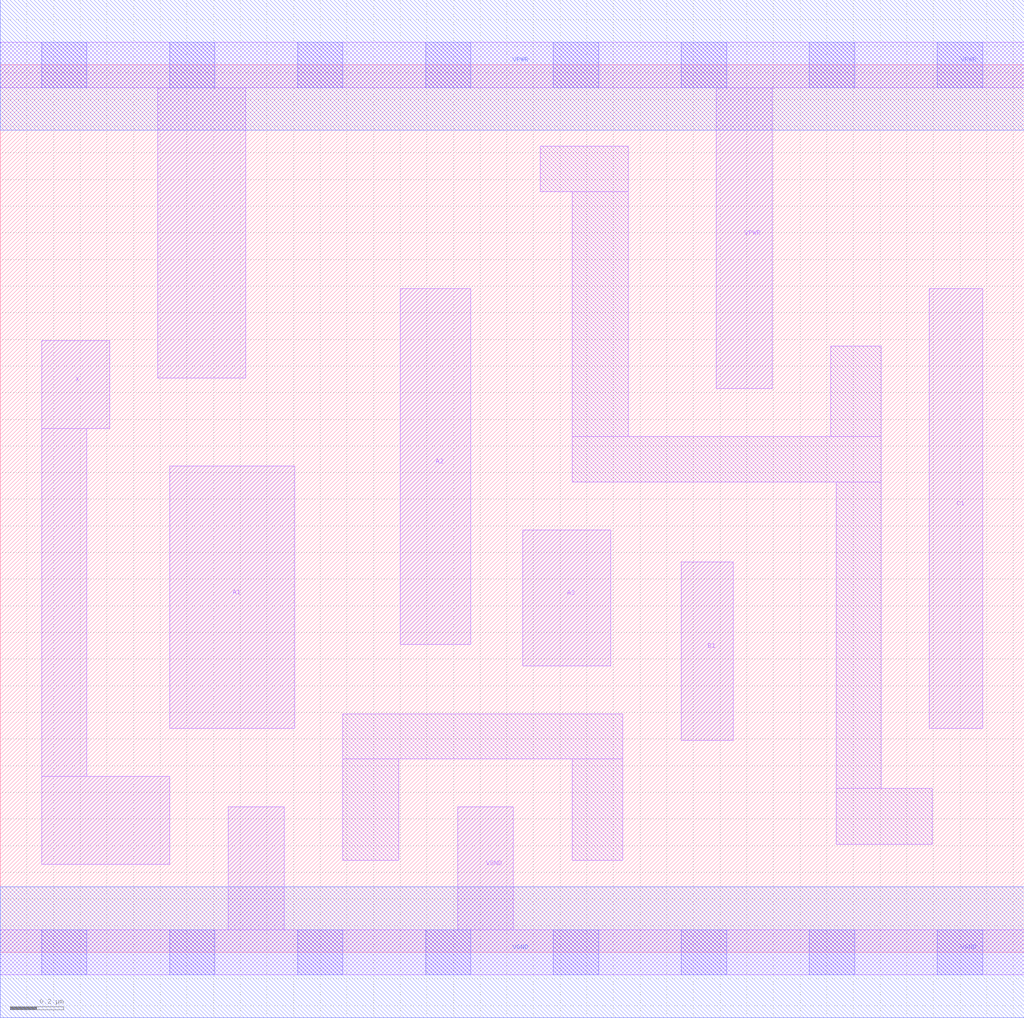
<source format=lef>
# Copyright 2020 The SkyWater PDK Authors
#
# Licensed under the Apache License, Version 2.0 (the "License");
# you may not use this file except in compliance with the License.
# You may obtain a copy of the License at
#
#     https://www.apache.org/licenses/LICENSE-2.0
#
# Unless required by applicable law or agreed to in writing, software
# distributed under the License is distributed on an "AS IS" BASIS,
# WITHOUT WARRANTIES OR CONDITIONS OF ANY KIND, either express or implied.
# See the License for the specific language governing permissions and
# limitations under the License.
#
# SPDX-License-Identifier: Apache-2.0

VERSION 5.7 ;
  NAMESCASESENSITIVE ON ;
  NOWIREEXTENSIONATPIN ON ;
  DIVIDERCHAR "/" ;
  BUSBITCHARS "[]" ;
UNITS
  DATABASE MICRONS 200 ;
END UNITS
MACRO sky130_fd_sc_lp__o311a_m
  CLASS CORE ;
  SOURCE USER ;
  FOREIGN sky130_fd_sc_lp__o311a_m ;
  ORIGIN  0.000000  0.000000 ;
  SIZE  3.840000 BY  3.330000 ;
  SYMMETRY X Y R90 ;
  SITE unit ;
  PIN A1
    ANTENNAGATEAREA  0.126000 ;
    DIRECTION INPUT ;
    USE SIGNAL ;
    PORT
      LAYER li1 ;
        RECT 0.635000 0.840000 1.105000 1.825000 ;
    END
  END A1
  PIN A2
    ANTENNAGATEAREA  0.126000 ;
    DIRECTION INPUT ;
    USE SIGNAL ;
    PORT
      LAYER li1 ;
        RECT 1.500000 1.155000 1.765000 2.490000 ;
    END
  END A2
  PIN A3
    ANTENNAGATEAREA  0.126000 ;
    DIRECTION INPUT ;
    USE SIGNAL ;
    PORT
      LAYER li1 ;
        RECT 1.960000 1.075000 2.290000 1.585000 ;
    END
  END A3
  PIN B1
    ANTENNAGATEAREA  0.126000 ;
    DIRECTION INPUT ;
    USE SIGNAL ;
    PORT
      LAYER li1 ;
        RECT 2.555000 0.795000 2.750000 1.465000 ;
    END
  END B1
  PIN C1
    ANTENNAGATEAREA  0.126000 ;
    DIRECTION INPUT ;
    USE SIGNAL ;
    PORT
      LAYER li1 ;
        RECT 3.485000 0.840000 3.685000 2.490000 ;
    END
  END C1
  PIN X
    ANTENNADIFFAREA  0.231000 ;
    DIRECTION OUTPUT ;
    USE SIGNAL ;
    PORT
      LAYER li1 ;
        RECT 0.155000 0.330000 0.635000 0.660000 ;
        RECT 0.155000 0.660000 0.325000 1.965000 ;
        RECT 0.155000 1.965000 0.410000 2.295000 ;
    END
  END X
  PIN VGND
    DIRECTION INOUT ;
    USE GROUND ;
    PORT
      LAYER li1 ;
        RECT 0.000000 -0.085000 3.840000 0.085000 ;
        RECT 0.855000  0.085000 1.065000 0.545000 ;
        RECT 1.715000  0.085000 1.925000 0.545000 ;
      LAYER mcon ;
        RECT 0.155000 -0.085000 0.325000 0.085000 ;
        RECT 0.635000 -0.085000 0.805000 0.085000 ;
        RECT 1.115000 -0.085000 1.285000 0.085000 ;
        RECT 1.595000 -0.085000 1.765000 0.085000 ;
        RECT 2.075000 -0.085000 2.245000 0.085000 ;
        RECT 2.555000 -0.085000 2.725000 0.085000 ;
        RECT 3.035000 -0.085000 3.205000 0.085000 ;
        RECT 3.515000 -0.085000 3.685000 0.085000 ;
      LAYER met1 ;
        RECT 0.000000 -0.245000 3.840000 0.245000 ;
    END
  END VGND
  PIN VPWR
    DIRECTION INOUT ;
    USE POWER ;
    PORT
      LAYER li1 ;
        RECT 0.000000 3.245000 3.840000 3.415000 ;
        RECT 0.590000 2.155000 0.920000 3.245000 ;
        RECT 2.685000 2.115000 2.895000 3.245000 ;
      LAYER mcon ;
        RECT 0.155000 3.245000 0.325000 3.415000 ;
        RECT 0.635000 3.245000 0.805000 3.415000 ;
        RECT 1.115000 3.245000 1.285000 3.415000 ;
        RECT 1.595000 3.245000 1.765000 3.415000 ;
        RECT 2.075000 3.245000 2.245000 3.415000 ;
        RECT 2.555000 3.245000 2.725000 3.415000 ;
        RECT 3.035000 3.245000 3.205000 3.415000 ;
        RECT 3.515000 3.245000 3.685000 3.415000 ;
      LAYER met1 ;
        RECT 0.000000 3.085000 3.840000 3.575000 ;
    END
  END VPWR
  OBS
    LAYER li1 ;
      RECT 1.285000 0.345000 1.495000 0.725000 ;
      RECT 1.285000 0.725000 2.335000 0.895000 ;
      RECT 2.025000 2.855000 2.355000 3.025000 ;
      RECT 2.145000 0.345000 2.335000 0.725000 ;
      RECT 2.145000 1.765000 3.305000 1.935000 ;
      RECT 2.145000 1.935000 2.355000 2.855000 ;
      RECT 3.115000 1.935000 3.305000 2.275000 ;
      RECT 3.135000 0.405000 3.495000 0.615000 ;
      RECT 3.135000 0.615000 3.305000 1.765000 ;
  END
END sky130_fd_sc_lp__o311a_m

</source>
